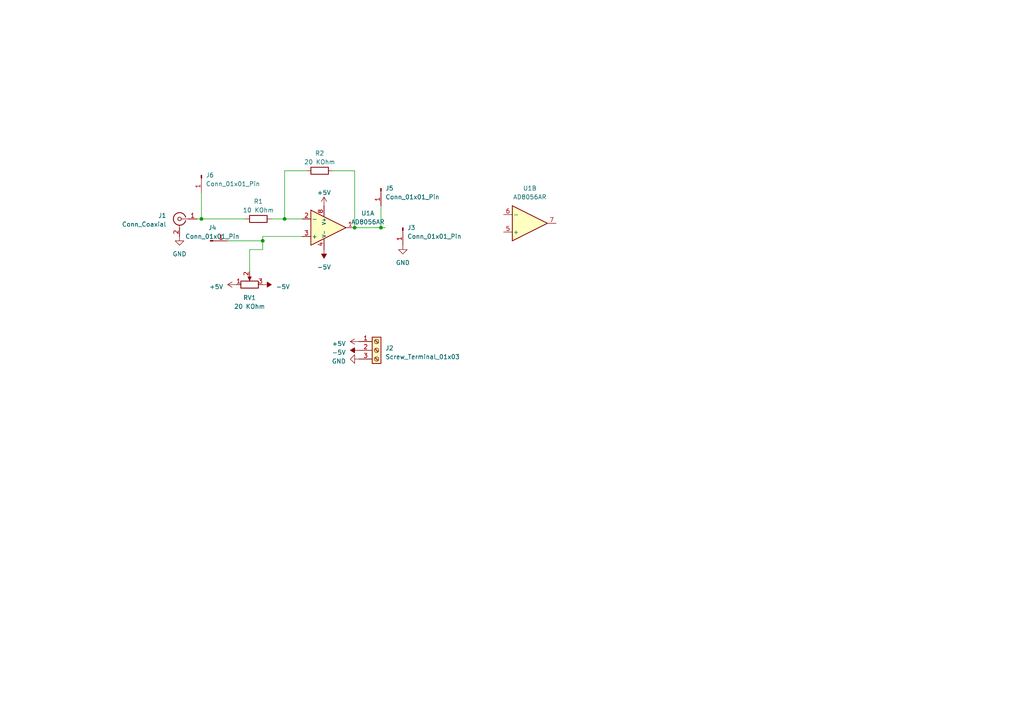
<source format=kicad_sch>
(kicad_sch (version 20230121) (generator eeschema)
  (paper "A4")
  (lib_symbols
    (symbol "Connector:Conn_01x01_Pin" (pin_names (offset 1.016) hide)
      (property "Reference" "J" (at 0 2.54 0))
      (property "Value" "Conn_01x01_Pin" (at 0 -2.54 0))
      (symbol "Conn_01x01_Pin_1_1"
        (polyline (pts (xy 1.27 0) (xy 0.8636 0)) (stroke (width 0.1524)))
        (rectangle (start 0.8636 0.127) (end 0 -0.127) (stroke (width 0.1524)) (fill (type outline)))
        (pin passive line (at 5.08 0 180) (length 3.81) (name "Pin_1") (number "1"))
      )
    )
    (symbol "Connector:Conn_Coaxial" (pin_names (offset 1.016) hide)
      (property "Reference" "J" (at 0.254 3.048 0))
      (property "Value" "Conn_Coaxial" (at 2.921 0 90))
      (symbol "Conn_Coaxial_0_1"
        (arc (start -1.778 -0.508) (mid 0.2311 -1.8066) (end 1.778 0) (stroke (width 0.254)))
        (polyline (pts (xy -2.54 0) (xy -0.508 0)))
        (polyline (pts (xy 0 -2.54) (xy 0 -1.778)))
        (circle (center 0 0) (radius 0.508) (stroke (width 0.2032)))
        (arc (start 1.778 0) (mid 0.2099 1.8101) (end -1.778 0.508) (stroke (width 0.254)))
      )
      (symbol "Conn_Coaxial_1_1"
        (pin passive line (at -5.08 0 0) (length 2.54) (name "In") (number "1"))
        (pin passive line (at 0 -5.08 90) (length 2.54) (name "Ext") (number "2"))
      )
    )
    (symbol "Connector:Screw_Terminal_01x03" (pin_names (offset 1.016) hide)
      (property "Reference" "J" (at 0 5.08 0))
      (property "Value" "Screw_Terminal_01x03" (at 0 -5.08 0))
      (symbol "Screw_Terminal_01x03_1_1"
        (rectangle (start -1.27 3.81) (end 1.27 -3.81) (stroke (width 0.254)) (fill (type background)))
        (circle (center 0 -2.54) (radius 0.635) (stroke (width 0.1524)))
        (polyline (pts (xy -0.5334 -2.2098) (xy 0.3302 -3.048)) (stroke (width 0.1524)))
        (polyline (pts (xy -0.5334 0.3302) (xy 0.3302 -0.508)) (stroke (width 0.1524)))
        (polyline (pts (xy -0.5334 2.8702) (xy 0.3302 2.032)) (stroke (width 0.1524)))
        (polyline (pts (xy -0.3556 -2.032) (xy 0.508 -2.8702)) (stroke (width 0.1524)))
        (polyline (pts (xy -0.3556 0.508) (xy 0.508 -0.3302)) (stroke (width 0.1524)))
        (polyline (pts (xy -0.3556 3.048) (xy 0.508 2.2098)) (stroke (width 0.1524)))
        (circle (center 0 0) (radius 0.635) (stroke (width 0.1524)))
        (circle (center 0 2.54) (radius 0.635) (stroke (width 0.1524)))
        (pin passive line (at -5.08 2.54 0) (length 3.81) (name "Pin_1") (number "1"))
        (pin passive line (at -5.08 0 0) (length 3.81) (name "Pin_2") (number "2"))
        (pin passive line (at -5.08 -2.54 0) (length 3.81) (name "Pin_3") (number "3"))
      )
    )
    (symbol "Device:R" (pin_numbers hide) (pin_names (offset 0))
      (property "Reference" "R" (at 2.032 0 90))
      (property "Value" "R" (at 0 0 90))
      (symbol "R_0_1"
        (rectangle (start -1.016 -2.54) (end 1.016 2.54) (stroke (width 0.254)))
      )
      (symbol "R_1_1"
        (pin passive line (at 0 3.81 270) (length 1.27) (name "~") (number "1"))
        (pin passive line (at 0 -3.81 90) (length 1.27) (name "~") (number "2"))
      )
    )
    (symbol "Device:R_Potentiometer" (pin_names (offset 1.016) hide)
      (property "Reference" "RV" (at -4.445 0 90))
      (property "Value" "R_Potentiometer" (at -2.54 0 90))
      (symbol "R_Potentiometer_0_1"
        (polyline (pts (xy 2.54 0) (xy 1.524 0)))
        (polyline (pts (xy 1.143 0) (xy 2.286 0.508) (xy 2.286 -0.508) (xy 1.143 0)) (fill (type outline)))
        (rectangle (start 1.016 2.54) (end -1.016 -2.54) (stroke (width 0.254)))
      )
      (symbol "R_Potentiometer_1_1"
        (pin passive line (at 0 3.81 270) (length 1.27) (name "1") (number "1"))
        (pin passive line (at 3.81 0 180) (length 1.27) (name "2") (number "2"))
        (pin passive line (at 0 -3.81 90) (length 1.27) (name "3") (number "3"))
      )
    )
    (symbol "PCM_Amplifier_Operational_AKL:AD8056AR" (pin_names (offset 0.2))
      (property "Reference" "U" (at 2.54 7.62 0))
      (property "Value" "AD8056AR" (at 2.54 5.08 0))
      (symbol "AD8056AR_0_1"
        (polyline (pts (xy -3.81 5.08) (xy -3.81 -5.08) (xy 6.35 0) (xy -3.81 5.08)) (stroke (width 0.254)) (fill (type background)))
      )
      (symbol "AD8056AR_1_1"
        (pin output line (at 8.89 0 180) (length 2.54) (name "~") (number "1"))
        (pin input line (at -6.35 2.54 0) (length 2.54) (name "-") (number "2"))
        (pin input line (at -6.35 -2.54 0) (length 2.54) (name "+") (number "3"))
        (pin power_in line (at 0 -6.35 90) (length 3.18) (name "V-") (number "4"))
        (pin power_in line (at 0 6.35 270) (length 3.18) (name "V+") (number "8"))
      )
      (symbol "AD8056AR_2_1"
        (pin input line (at -6.35 -2.54 0) (length 2.54) (name "+") (number "5"))
        (pin input line (at -6.35 2.54 0) (length 2.54) (name "-") (number "6"))
        (pin output line (at 8.89 0 180) (length 2.54) (name "~") (number "7"))
      )
    )
    (symbol "power:+5V" (power) (pin_names (offset 0))
      (property "Value" "+5V" (at 0 3.556 0))
      (symbol "+5V_0_1"
        (polyline (pts (xy -0.762 1.27) (xy 0 2.54)))
        (polyline (pts (xy 0 0) (xy 0 2.54)))
        (polyline (pts (xy 0 2.54) (xy 0.762 1.27)))
      )
      (symbol "+5V_1_1"
        (pin power_in line (at 0 0 90) (length 0) hide (name "+5V") (number "1"))
      )
    )
    (symbol "power:-5V" (power) (pin_names (offset 0))
      (property "Value" "-5V" (at 0 3.81 0))
      (symbol "-5V_0_0"
        (pin power_in line (at 0 0 90) (length 0) hide (name "-5V") (number "1"))
      )
      (symbol "-5V_0_1"
        (polyline (pts (xy 0 0) (xy 0 1.27) (xy 0.762 1.27) (xy 0 2.54) (xy -0.762 1.27) (xy 0 1.27)) (fill (type outline)))
      )
    )
    (symbol "power:GND" (power) (pin_names (offset 0))
      (property "Value" "GND" (at 0 -3.81 0))
      (symbol "GND_0_1"
        (polyline (pts (xy 0 0) (xy 0 -1.27) (xy 1.27 -1.27) (xy 0 -2.54) (xy -1.27 -1.27) (xy 0 -1.27)))
      )
      (symbol "GND_1_1"
        (pin power_in line (at 0 0 270) (length 0) hide (name "GND") (number "1"))
      )
    )
  )
  (junction (at 58.42 63.5))
  (junction (at 110.49 66.04))
  (junction (at 102.87 66.04))
  (junction (at 76.2 69.85))
  (junction (at 82.55 63.5))
  (wire (pts (xy 82.55 63.5) (xy 87.63 63.5)))
  (wire (pts (xy 76.2 72.39) (xy 76.2 69.85)))
  (wire (pts (xy 58.42 55.88) (xy 58.42 63.5)))
  (wire (pts (xy 102.87 66.04) (xy 110.49 66.04)))
  (wire (pts (xy 72.39 72.39) (xy 76.2 72.39)))
  (wire (pts (xy 82.55 49.53) (xy 82.55 63.5)))
  (wire (pts (xy 78.74 63.5) (xy 82.55 63.5)))
  (wire (pts (xy 102.87 66.04) (xy 102.87 49.53)))
  (wire (pts (xy 66.04 69.85) (xy 76.2 69.85)))
  (wire (pts (xy 76.2 69.85) (xy 76.2 68.58)))
  (wire (pts (xy 102.87 49.53) (xy 96.52 49.53)))
  (wire (pts (xy 110.49 59.69) (xy 110.49 66.04)))
  (wire (pts (xy 72.39 78.74) (xy 72.39 72.39)))
  (wire (pts (xy 88.9 49.53) (xy 82.55 49.53)))
  (wire (pts (xy 57.15 63.5) (xy 58.42 63.5)))
  (wire (pts (xy 110.49 66.04) (xy 111.76 66.04)))
  (wire (pts (xy 76.2 68.58) (xy 87.63 68.58)))
  (wire (pts (xy 58.42 63.5) (xy 71.12 63.5)))
  (symbol (lib_id "power:-5V") (at 104.14 101.6 90) (unit 1)
    (property "Reference" "#PWR06" (effects hide))
    (property "Value" "-5V" (at 100.33 102.235 90) (effects (justify left)))
  )
  (symbol (lib_id "Connector:Conn_01x01_Pin") (at 58.42 50.8 270) (unit 1)
    (property "Reference" "J6" (at 59.69 50.8 90) (effects (justify left)))
    (property "Value" "Conn_01x01_Pin" (at 59.69 53.34 90) (effects (justify left)))
    (property "Footprint" "Connector_Pin:Pin_D1.0mm_L10.0mm" (effects hide))
  )
  (symbol (lib_id "power:GND") (at 116.84 71.12 0) (unit 1)
    (property "Reference" "#PWR09" (effects hide))
    (property "Value" "GND" (at 116.84 76.2 0))
  )
  (symbol (lib_id "power:-5V") (at 93.98 72.39 180) (unit 1)
    (property "Reference" "#PWR04" (effects hide))
    (property "Value" "-5V" (at 93.98 77.47 0))
  )
  (symbol (lib_id "power:GND") (at 104.14 104.14 270) (unit 1)
    (property "Reference" "#PWR02" (effects hide))
    (property "Value" "GND" (at 100.33 104.775 90) (effects (justify right)))
  )
  (symbol (lib_id "power:+5V") (at 68.58 82.55 90) (unit 1)
    (property "Reference" "#PWR07" (effects hide))
    (property "Value" "+5V" (at 64.77 83.185 90) (effects (justify left)))
  )
  (symbol (lib_id "power:-5V") (at 76.2 82.55 270) (unit 1)
    (property "Reference" "#PWR08" (effects hide))
    (property "Value" "-5V" (at 80.01 83.185 90) (effects (justify left)))
  )
  (symbol (lib_id "Connector:Conn_01x01_Pin") (at 110.49 54.61 270) (unit 1)
    (property "Reference" "J5" (at 111.76 54.61 90) (effects (justify left)))
    (property "Value" "Conn_01x01_Pin" (at 111.76 57.15 90) (effects (justify left)))
    (property "Footprint" "Connector_Pin:Pin_D1.0mm_L10.0mm" (effects hide))
  )
  (symbol (lib_id "Connector:Conn_01x01_Pin") (at 60.96 69.85 0) (unit 1)
    (property "Reference" "J4" (at 61.595 66.04 0))
    (property "Value" "Conn_01x01_Pin" (at 61.595 68.58 0))
    (property "Footprint" "Connector_Pin:Pin_D1.0mm_L10.0mm" (effects hide))
  )
  (symbol (lib_id "power:+5V") (at 93.98 59.69 0) (unit 1)
    (property "Reference" "#PWR03" (effects hide))
    (property "Value" "+5V" (at 93.98 55.88 0))
  )
  (symbol (lib_id "Device:R") (at 92.71 49.53 90) (unit 1)
    (property "Reference" "R2" (at 92.71 44.45 90))
    (property "Value" "20 KOhm" (at 92.71 46.99 90))
    (property "Footprint" "Resistor_SMD:R_0805_2012Metric" (effects hide))
  )
  (symbol (lib_id "power:+5V") (at 104.14 99.06 90) (unit 1)
    (property "Reference" "#PWR05" (effects hide))
    (property "Value" "+5V" (at 100.33 99.695 90) (effects (justify left)))
  )
  (symbol (lib_id "Connector:Screw_Terminal_01x03") (at 109.22 101.6 0) (unit 1)
    (property "Reference" "J2" (at 111.76 100.965 0) (effects (justify left)))
    (property "Value" "Screw_Terminal_01x03" (at 111.76 103.505 0) (effects (justify left)))
    (property "Footprint" "TerminalBlock:TerminalBlock_bornier-3_P5.08mm" (effects hide))
  )
  (symbol (lib_id "power:GND") (at 52.07 68.58 0) (unit 1)
    (property "Reference" "#PWR01" (effects hide))
    (property "Value" "GND" (at 52.07 73.66 0))
  )
  (symbol (lib_id "Connector:Conn_01x01_Pin") (at 116.84 66.04 270) (unit 1)
    (property "Reference" "J3" (at 118.11 66.04 90) (effects (justify left)))
    (property "Value" "Conn_01x01_Pin" (at 118.11 68.58 90) (effects (justify left)))
    (property "Footprint" "Connector_Pin:Pin_D1.0mm_L10.0mm" (effects hide))
  )
  (symbol (lib_id "Device:R_Potentiometer") (at 72.39 82.55 90) (unit 1)
    (property "Reference" "RV1" (at 72.39 86.36 90))
    (property "Value" "20 KOhm" (at 72.39 88.9 90))
    (property "Footprint" "Potentiometer_THT:Potentiometer_Alps_RK163_Single_Horizontal" (effects hide))
  )
  (symbol (lib_id "PCM_Amplifier_Operational_AKL:AD8056AR") (at 152.4 64.77 0) (unit 2)
    (property "Reference" "U1" (at 153.67 54.61 0))
    (property "Value" "AD8056AR" (at 153.67 57.15 0))
    (property "Footprint" "Package_SO:SSOP-8_3.9x5.05mm_P1.27mm" (effects hide))
    (property "Datasheet" "https://www.tme.eu/Document/ede2c72999a483ea11da3f542ae776ee/AD8055_8056.pdf" (effects hide))
  )
  (symbol (lib_id "Device:R") (at 74.93 63.5 90) (unit 1)
    (property "Reference" "R1" (at 74.93 58.42 90))
    (property "Value" "10 KOhm" (at 74.93 60.96 90))
    (property "Footprint" "Resistor_SMD:R_0805_2012Metric" (effects hide))
  )
  (symbol (lib_id "PCM_Amplifier_Operational_AKL:AD8056AR") (at 93.98 66.04 0) (unit 1)
    (property "Reference" "U1" (at 106.68 61.8491 0))
    (property "Value" "AD8056AR" (at 106.68 64.3891 0))
    (property "Footprint" "Package_SO:SSOP-8_3.9x5.05mm_P1.27mm" (effects hide))
    (property "Datasheet" "https://www.tme.eu/Document/ede2c72999a483ea11da3f542ae776ee/AD8055_8056.pdf" (effects hide))
  )
  (symbol (lib_id "Connector:Conn_Coaxial") (at 52.07 63.5 0) (mirror y) (unit 1)
    (property "Reference" "J1" (at 48.26 62.5232 0) (effects (justify left)))
    (property "Value" "Conn_Coaxial" (at 48.26 65.0632 0) (effects (justify left)))
    (property "Footprint" "Connector_Coaxial:U.FL_Hirose_U.FL-R-SMT-1_Vertical" (effects hide))
    (property "Datasheet" " ~" (effects hide))
  )
)
</source>
